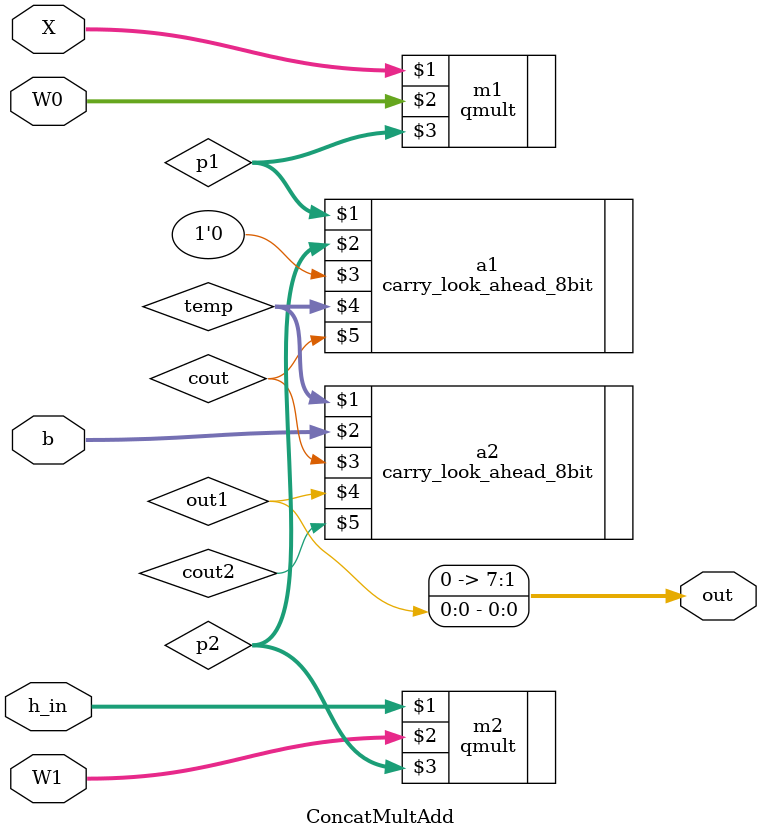
<source format=v>
module ConcatMultAdd(X, h_in, W0, W1, b, out);	
	// Concatenates and Adds
	// incoming data signed and fixed width
	parameter DATA_WIDTH = 8;
	parameter FRACT_WIDTH = 4;
	
	input signed [DATA_WIDTH-1:0] X, h_in;
	input signed [DATA_WIDTH-1:0] W0, W1, b;
	output signed [DATA_WIDTH-1:0] out;

	// internal regs/wires
	wire signed [DATA_WIDTH-1:0] p1,p2;
	wire signed [DATA_WIDTH-1:0] temp;
	wire cout, cout2;
	
	// behavior: out = W*{x,h_in} + b where W={W0,W1}
	qmult #(DATA_WIDTH, FRACT_WIDTH) m1 (X,W0, p1, );
	qmult #(DATA_WIDTH, FRACT_WIDTH) m2 (h_in, W1, p2, );

	carry_look_ahead_8bit a1 (p1, p2, 1'b0, temp, cout);	//is not n bit configurable (to fix)
	carry_look_ahead_8bit a2 (temp, b, cout, out1, cout2);	//is not n bit configurable (to fix)

	assign out = out1;
/*
	//Old code to remove
	assign p1 = (W0*X)>>>FRACT_WIDTH; 
	assign p2 = (W1*h_in)>>>FRACT_WIDTH;
	assign out = p1 + p2 + b;
*/
endmodule

</source>
